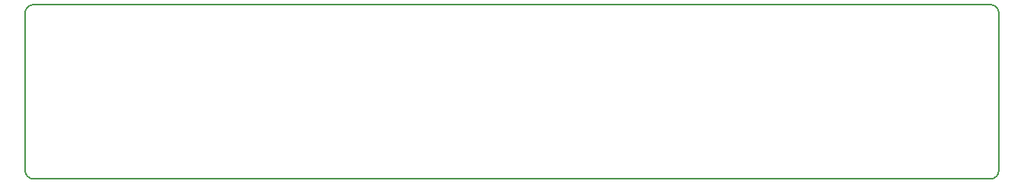
<source format=gbr>
%TF.GenerationSoftware,KiCad,Pcbnew,(5.1.7)-1*%
%TF.CreationDate,2020-11-07T14:05:26+07:00*%
%TF.ProjectId,pix,7069782e-6b69-4636-9164-5f7063625858,rev?*%
%TF.SameCoordinates,Original*%
%TF.FileFunction,Profile,NP*%
%FSLAX46Y46*%
G04 Gerber Fmt 4.6, Leading zero omitted, Abs format (unit mm)*
G04 Created by KiCad (PCBNEW (5.1.7)-1) date 2020-11-07 14:05:26*
%MOMM*%
%LPD*%
G01*
G04 APERTURE LIST*
%TA.AperFunction,Profile*%
%ADD10C,0.150000*%
%TD*%
G04 APERTURE END LIST*
D10*
X171468750Y-37500000D02*
G75*
G02*
X172406250Y-38437500I0J-937500D01*
G01*
X172406250Y-55968750D02*
G75*
G02*
X171468750Y-56906250I-937500J0D01*
G01*
X64968750Y-56906250D02*
G75*
G02*
X64031250Y-55968750I0J937500D01*
G01*
X64031250Y-38437500D02*
G75*
G02*
X64968750Y-37500000I937500J0D01*
G01*
X64031250Y-55968750D02*
X64031250Y-38437500D01*
X171468750Y-56906250D02*
X64968750Y-56906250D01*
X172406250Y-38437500D02*
X172406250Y-55968750D01*
X64968750Y-37500000D02*
X171468750Y-37500000D01*
M02*

</source>
